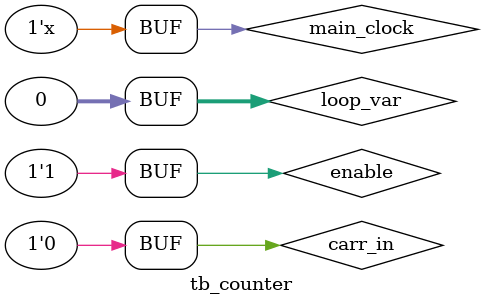
<source format=v>
`timescale 1ns / 1ns


module tb_counter();

reg main_clock, rst, enable, direction, load, carr_in;
reg [3:0] data_load;
wire [3:0] count;
wire carr_out, divided_clock;
integer t_var, loop_var;

parameter integer MAIN_CLK=50;
parameter integer CTR_CLK_MULT=5;
parameter integer PULSE_WIDTH=0.25;
parameter integer T_DIR_INV = 16;
parameter integer T_LOAD = 48;
parameter integer T_RESET = 60;
parameter integer T_LOAD2 = 64;

divider #(
  .MAIN_FREQ (MAIN_CLK*CTR_CLK_MULT),
  .PULSE_WIDTH (PULSE_WIDTH)
  ) div_0 (
  .clk (main_clock),
  .div (divided_clock)
);

decimal_counter CTR_test (
  .clk (main_clock),
  .reset (rst),
  .en (divided_clock),
  .direction (direction),
  .load (load),
  .data_load (data_load),
  .carr_in (carr_in),
  .carr_out (carr_out),
  .count (count)
);

initial begin
  t_var=32'b0;
  loop_var=32'd0;
  main_clock=0;
  rst=1;
  #50;
  enable=1;
  rst=0;
  direction=0;
  carr_in=0;
  #10;
  load=1;
  data_load=4'h0;
  #10;
  load=0;
end

always begin
  #(MAIN_CLK/2);
  main_clock=~main_clock;
end

always @(posedge divided_clock) begin
  t_var=t_var+32'd1;
  if(t_var>=T_DIR_INV) begin
    direction=1;
  end
  if(t_var>=T_LOAD) begin
    direction=0;
  end
  if(t_var==T_LOAD) begin
    load=1;
    #5;
    data_load=4'hc;
    #5;
    load=0;
    data_load=4'h0;
  end
  if(t_var==T_RESET) begin
    rst=1;
    rst=0;
  end
  if(t_var==T_LOAD2) begin
    direction=0;
    load=1;
    #5;
    data_load=4'hc;
    #5;
    load=0;
    data_load=4'h0;
    direction=1;
  end
  if(t_var==(T_DIR_INV+T_LOAD2)) begin
    direction=0;
  end
end

endmodule

</source>
